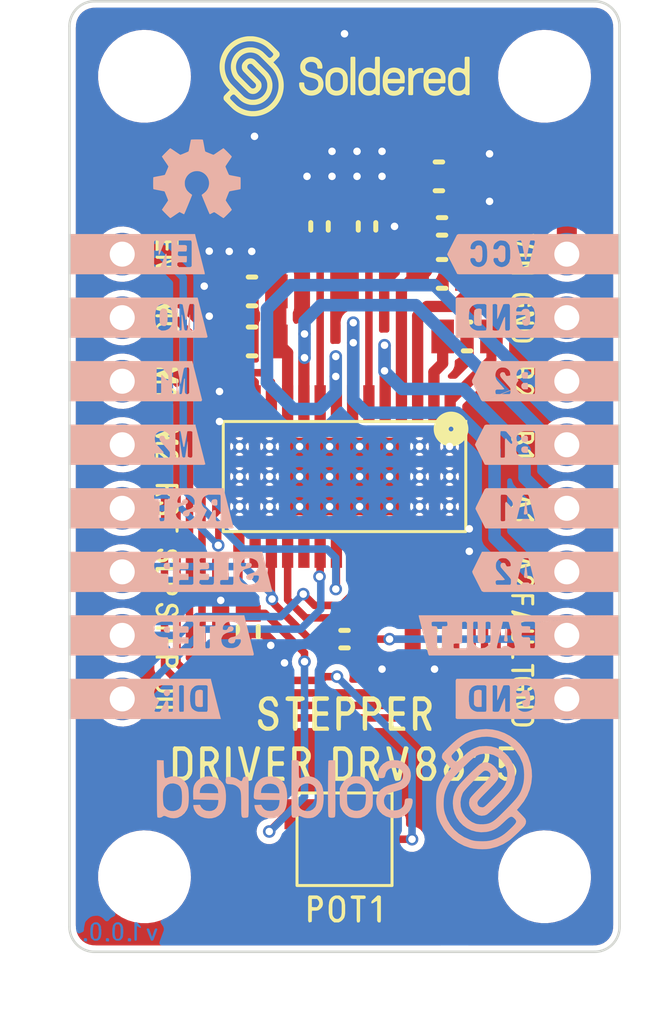
<source format=kicad_pcb>
(kicad_pcb (version 20210126) (generator pcbnew)
  (layers (0 "F.Cu" signal) (31 "B.Cu" signal) (34 "B.Paste" user) (35 "F.Paste" user) (36 "B.SilkS" user "B.Silkscreen") (37 "F.SilkS" user "F.Silkscreen") (38 "B.Mask" user) (39 "F.Mask" user) (44 "Edge.Cuts" user))
  (net 0 "")
  (net 1 "VMM")
  (net 2 "GND")
  (net 3 "3V3")
  (net 4 "~EN")
  (net 5 "MODE0")
  (net 6 "MODE1")
  (net 7 "MODE2")
  (net 8 "~RESET")
  (net 9 "~SLEEP")
  (net 10 "STEP")
  (net 11 "DIR")
  (net 12 "B2")
  (net 13 "B1")
  (net 14 "A1")
  (net 15 "A2")
  (net 16 "~FAULT")
  (net 17 "Net-(R1-Pad2)")
  (net 18 "Net-(R3-Pad2)")
  (net 20 "Net-(R4-Pad2)")
  (net 21 "Net-(R5-Pad2)")
  (net 24 "DECAY")
  (net 25 "Net-(C4-Pad2)")
  (net 26 "Net-(C5-Pad1)")
  (net 27 "Net-(C5-Pad2)")
  (footprint "buzzardLabel" (layer "F.Cu") (at 99.112 124.65 -90)
    (fp_text reference "" (at 0 0 90) (layer "F.SilkS") (effects (font (size 1.27 1.27))))
    (fp_text value "" (at 0 0 90) (layer "F.SilkS") (effects (font (size 1.27 1.27))))
  )
  (footprint "buzzardLabel" (layer "F.Cu") (at 92 148.3)
    (fp_text reference "" (at 0 0) (layer "F.SilkS") (effects (font (size 1.27 1.27))))
    (fp_text value "" (at 0 0) (layer "F.SilkS") (effects (font (size 1.27 1.27))))
  )
  (footprint "e-radionica.com footprinti:HOLE_3.2mm" (layer "F.Cu") (at 100 147)
    (fp_text reference "H2" hide)
    (fp_text value "HOLE_3.2mm" hide)
    (pad "" np_thru_hole circle (at 0 0) (size 3.2 3.2) (drill 3.2) (layers F&B.Cu *.Mask))
  )
  (footprint "e-radionica.com footprinti:0603R" (layer "F.Cu") (at 92 137.5)
    (fp_text reference "R6")
    (fp_text value "10k")
    (pad "1" smd rect (at -0.775 0 90) (size 1 0.64) (layers "F.Cu" "F.Paste" "F.Mask") (net 9 "~SLEEP"))
    (pad "2" smd rect (at 0.775 0 90) (size 1 0.64) (layers "F.Cu" "F.Paste" "F.Mask") (net 16 "~FAULT"))
  )
  (footprint "buzzardLabel" (layer "F.Cu") (at 84.888 124.65 -90)
    (fp_text reference "" (at 0 0 90) (layer "F.SilkS") (effects (font (size 1.27 1.27))))
    (fp_text value "" (at 0 0 90) (layer "F.SilkS") (effects (font (size 1.27 1.27))))
  )
  (footprint "e-radionica.com footprinti:0805C" (layer "F.Cu") (at 95.9 122.9)
    (fp_text reference "C4")
    (fp_text value "GMC21X7R104K100NT")
    (pad "1" smd rect (at -0.975 0 90) (size 1.35 0.9) (layers "F.Cu" "F.Paste" "F.Mask") (net 1 "VMM"))
    (pad "2" smd rect (at 0.975 0 90) (size 1.35 0.9) (layers "F.Cu" "F.Paste" "F.Mask") (net 25 "Net-(C4-Pad2)"))
  )
  (footprint "e-radionica.com footprinti:DRV8825" (layer "F.Cu") (at 92 131 -90)
    (fp_text reference "U1")
    (fp_text value "DRV8825")
    (pad "1" smd rect (at -2.9 -4.225 270) (size 1.5 0.45) (layers "F.Cu" "F.Paste" "F.Mask") (net 27 "Net-(C5-Pad2)"))
    (pad "2" smd rect (at -2.9 -3.575 270) (size 1.5 0.45) (layers "F.Cu" "F.Paste" "F.Mask") (net 26 "Net-(C5-Pad1)"))
    (pad "3" smd rect (at -2.9 -2.925 270) (size 1.5 0.45) (layers "F.Cu" "F.Paste" "F.Mask") (net 25 "Net-(C4-Pad2)"))
    (pad "4" smd rect (at -2.9 -2.275 270) (size 1.5 0.45) (layers "F.Cu" "F.Paste" "F.Mask") (net 1 "VMM"))
    (pad "5" smd rect (at -2.9 -1.625 270) (size 1.5 0.45) (layers "F.Cu" "F.Paste" "F.Mask") (net 14 "A1"))
    (pad "6" smd rect (at -2.9 -0.975 270) (size 1.5 0.45) (layers "F.Cu" "F.Paste" "F.Mask") (net 17 "Net-(R1-Pad2)"))
    (pad "7" smd rect (at -2.9 -0.325 270) (size 1.5 0.45) (layers "F.Cu" "F.Paste" "F.Mask") (net 15 "A2"))
    (pad "8" smd rect (at -2.9 0.325 270) (size 1.5 0.45) (layers "F.Cu" "F.Paste" "F.Mask") (net 12 "B2"))
    (pad "9" smd rect (at -2.9 0.975 270) (size 1.5 0.45) (layers "F.Cu" "F.Paste" "F.Mask") (net 18 "Net-(R3-Pad2)"))
    (pad "10" smd rect (at -2.9 1.625 270) (size 1.5 0.45) (layers "F.Cu" "F.Paste" "F.Mask") (net 13 "B1"))
    (pad "11" smd rect (at -2.9 2.275 270) (size 1.5 0.45) (layers "F.Cu" "F.Paste" "F.Mask") (net 1 "VMM"))
    (pad "12" smd rect (at -2.9 2.925 270) (size 1.5 0.45) (layers "F.Cu" "F.Paste" "F.Mask") (net 20 "Net-(R4-Pad2)"))
    (pad "13" smd rect (at -2.9 3.575 270) (size 1.5 0.45) (layers "F.Cu" "F.Paste" "F.Mask") (net 20 "Net-(R4-Pad2)"))
    (pad "14" smd rect (at -2.9 4.225 270) (size 1.5 0.45) (layers "F.Cu" "F.Paste" "F.Mask") (net 2 "GND"))
    (pad "15" smd rect (at 2.9 4.225 270) (size 1.5 0.45) (layers "F.Cu" "F.Paste" "F.Mask") (net 3 "3V3"))
    (pad "16" smd rect (at 2.9 3.575 270) (size 1.5 0.45) (layers "F.Cu" "F.Paste" "F.Mask") (net 8 "~RESET"))
    (pad "17" smd rect (at 2.9 2.925 270) (size 1.5 0.45) (layers "F.Cu" "F.Paste" "F.Mask") (net 9 "~SLEEP"))
    (pad "18" smd rect (at 2.9 2.275 270) (size 1.5 0.45) (layers "F.Cu" "F.Paste" "F.Mask") (net 21 "Net-(R5-Pad2)"))
    (pad "19" smd rect (at 2.9 1.625 270) (size 1.5 0.45) (layers "F.Cu" "F.Paste" "F.Mask") (net 24 "DECAY"))
    (pad "20" smd rect (at 2.9 0.975 270) (size 1.5 0.45) (layers "F.Cu" "F.Paste" "F.Mask") (net 11 "DIR"))
    (pad "21" smd rect (at 2.9 0.325 270) (size 1.5 0.45) (layers "F.Cu" "F.Paste" "F.Mask") (net 4 "~EN"))
    (pad "22" smd rect (at 2.9 -0.325 270) (size 1.5 0.45) (layers "F.Cu" "F.Paste" "F.Mask") (net 10 "STEP"))
    (pad "23" smd rect (at 2.9 -0.975 270) (size 1.5 0.45) (layers "F.Cu" "F.Paste" "F.Mask"))
    (pad "24" smd rect (at 2.9 -1.625 270) (size 1.5 0.45) (layers "F.Cu" "F.Paste" "F.Mask") (net 5 "MODE0"))
    (pad "25" smd rect (at 2.9 -2.275 270) (size 1.5 0.45) (layers "F.Cu" "F.Paste" "F.Mask") (net 6 "MODE1"))
    (pad "26" smd rect (at 2.9 -2.925 270) (size 1.5 0.45) (layers "F.Cu" "F.Paste" "F.Mask") (net 7 "MODE2"))
    (pad "27" smd rect (at 2.9 -3.575 270) (size 1.5 0.45) (layers "F.Cu" "F.Paste" "F.Mask"))
    (pad "28" smd rect (at 2.9 -4.225 270) (size 1.5 0.45) (layers "F.Cu" "F.Paste" "F.Mask") (net 2 "GND"))
    (pad "29" thru_hole circle (at 1.2 3 270) (size 0.5 0.5) (drill 0.3) (layers *.Cu) (net 2 "GND"))
    (pad "29" thru_hole circle (at -1.2 -3 270) (size 0.5 0.5) (drill 0.3) (layers *.Cu) (net 2 "GND"))
    (pad "29" thru_hole circle (at 1.2 1.8 270) (size 0.5 0.5) (drill 0.3) (layers *.Cu) (net 2 "GND"))
    (pad "29" smd rect (at 0 0 270) (size 3.1 5.18) (layers "F.Cu" "F.Paste" "F.Mask") (net 2 "GND"))
    (pad "29" thru_hole circle (at 1.2 0.6 270) (size 0.5 0.5) (drill 0.3) (layers *.Cu) (net 2 "GND"))
    (pad "29" thru_hole circle (at -1.2 1.8 270) (size 0.5 0.5) (drill 0.3) (layers *.Cu) (net 2 "GND"))
    (pad "29" thru_hole circle (at 0 0.6 270) (size 0.5 0.5) (drill 0.3) (layers *.Cu) (net 2 "GND"))
    (pad "29" thru_hole circle (at -1.2 -4.2 270) (size 0.5 0.5) (drill 0.3) (layers *.Cu) (net 2 "GND"))
    (pad "29" thru_hole circle (at 0 -0.6 270) (size 0.5 0.5) (drill 0.3) (layers *.Cu) (net 2 "GND"))
    (pad "29" thru_hole circle (at -1.2 4.2 270) (size 0.5 0.5) (drill 0.3) (layers *.Cu) (net 2 "GND"))
    (pad "29" thru_hole circle (at 1.2 -0.6 270) (size 0.5 0.5) (drill 0.3) (layers *.Cu) (net 2 "GND"))
    (pad "29" thru_hole circle (at 0 -1.8 270) (size 0.5 0.5) (drill 0.3) (layers *.Cu) (net 2 "GND"))
    (pad "29" thru_hole circle (at 1.2 -3 270) (size 0.5 0.5) (drill 0.3) (layers *.Cu) (net 2 "GND"))
    (pad "29" thru_hole circle (at -1.2 -0.6 270) (size 0.5 0.5) (drill 0.3) (layers *.Cu) (net 2 "GND"))
    (pad "29" thru_hole circle (at 0 4.2 270) (size 0.5 0.5) (drill 0.3) (layers *.Cu) (net 2 "GND"))
    (pad "29" thru_hole circle (at 1.2 -4.2 270) (size 0.5 0.5) (drill 0.3) (layers *.Cu) (net 2 "GND"))
    (pad "29" thru_hole circle (at 1.2 4.2 270) (size 0.5 0.5) (drill 0.3) (layers *.Cu) (net 2 "GND"))
    (pad "29" thru_hole circle (at 0 -3 270) (size 0.5 0.5) (drill 0.3) (layers *.Cu) (net 2 "GND"))
    (pad "29" thru_hole circle (at 0 3 270) (size 0.5 0.5) (drill 0.3) (layers *.Cu) (net 2 "GND"))
    (pad "29" thru_hole circle (at -1.2 0.6 270) (size 0.5 0.5) (drill 0.3) (layers *.Cu) (net 2 "GND"))
    (pad "29" thru_hole circle (at 1.2 -1.8 270) (size 0.5 0.5) (drill 0.3) (layers *.Cu) (net 2 "GND"))
    (pad "29" thru_hole circle (at 0 -4.2 270) (size 0.5 0.5) (drill 0.3) (layers *.Cu) (net 2 "GND"))
    (pad "29" thru_hole circle (at -1.2 3 270) (size 0.5 0.5) (drill 0.3) (layers *.Cu) (net 2 "GND"))
    (pad "29" thru_hole circle (at 0 1.8 270) (size 0.5 0.5) (drill 0.3) (layers *.Cu) (net 2 "GND"))
    (pad "29" thru_hole circle (at -1.2 -1.8 270) (size 0.5 0.5) (drill 0.3) (layers *.Cu) (net 2 "GND"))
  )
  (footprint "buzzardLabel" (layer "F.Cu") (at 92 140.5)
    (fp_text reference "" (at 0 0) (layer "F.SilkS") (effects (font (size 1.27 1.27))))
    (fp_text value "" (at 0 0) (layer "F.SilkS") (effects (font (size 1.27 1.27))))
  )
  (footprint "buzzardLabel" (layer "F.Cu") (at 99.112 140 -90)
    (fp_text reference "" (at 0 0 90) (layer "F.SilkS") (effects (font (size 1.27 1.27))))
    (fp_text value "" (at 0 0 90) (layer "F.SilkS") (effects (font (size 1.27 1.27))))
  )
  (footprint "e-radionica.com footprinti:0603R" (layer "F.Cu") (at 92.9 121 -90)
    (fp_text reference "R1")
    (fp_text value "73L2R20G")
    (pad "1" smd rect (at -0.775 0) (size 1 0.64) (layers "F.Cu" "F.Paste" "F.Mask") (net 2 "GND"))
    (pad "2" smd rect (at 0.775 0) (size 1 0.64) (layers "F.Cu" "F.Paste" "F.Mask") (net 17 "Net-(R1-Pad2)"))
  )
  (footprint "Soldered Graphics:Logo-Back-SolderedFULL-15mm" (layer "F.Cu") (at 92 143.5)
    (fp_text reference "REF**" hide)
    (fp_text value "Logo-Front-SolderedFULL-15mm" hide)
  )
  (footprint "e-radionica.com footprinti:tc33x-2-103e" (layer "F.Cu") (at 92 145.5 -90)
    (fp_text reference "R4")
    (fp_text value "tc33x-2-104e")
    (pad "1" smd rect (at -1 1.8 270) (size 1.2 1.2) (layers "F.Cu" "F.Paste" "F.Mask") (net 3 "3V3"))
    (pad "2" smd rect (at 0 -1.45 270) (size 1.6 1.5) (layers "F.Cu" "F.Paste" "F.Mask") (net 20 "Net-(R4-Pad2)"))
    (pad "3" smd rect (at 1 1.8 270) (size 1.2 1.2) (layers "F.Cu" "F.Paste" "F.Mask"))
  )
  (footprint "buzzardLabel" (layer "F.Cu") (at 84.888 134.81 -90)
    (fp_text reference "" (at 0 0 90) (layer "F.SilkS") (effects (font (size 1.27 1.27))))
    (fp_text value "" (at 0 0 90) (layer "F.SilkS") (effects (font (size 1.27 1.27))))
  )
  (footprint "e-radionica.com footprinti:0805C" (layer "F.Cu") (at 95.775 119 180)
    (fp_text reference "C3")
    (fp_text value "GMC21X7R104K100NT")
    (pad "1" smd rect (at -0.975 0 270) (size 1.35 0.9) (layers "F.Cu" "F.Paste" "F.Mask") (net 2 "GND"))
    (pad "2" smd rect (at 0.975 0 270) (size 1.35 0.9) (layers "F.Cu" "F.Paste" "F.Mask") (net 1 "VMM"))
  )
  (footprint "buzzardLabel" (layer "F.Cu") (at 84.888 122.11 -90)
    (fp_text reference "" (at 0 0 90) (layer "F.SilkS") (effects (font (size 1.27 1.27))))
    (fp_text value "" (at 0 0 90) (layer "F.SilkS") (effects (font (size 1.27 1.27))))
  )
  (footprint "buzzardLabel" (layer "F.Cu") (at 84.888 127.19 -90)
    (fp_text reference "" (at 0 0 90) (layer "F.SilkS") (effects (font (size 1.27 1.27))))
    (fp_text value "" (at 0 0 90) (layer "F.SilkS") (effects (font (size 1.27 1.27))))
  )
  (footprint "Soldered Graphics:Logo-Front-SolderedFULL-10mm" (layer "F.Cu") (at 92 115)
    (fp_text reference "G***" hide)
    (fp_text value "LOGO" hide)
  )
  (footprint "buzzardLabel" (layer "F.Cu") (at 99.112 137.35 -90)
    (fp_text reference "" (at 0 0 90) (layer "F.SilkS") (effects (font (size 1.27 1.27))))
    (fp_text value "" (at 0 0 90) (layer "F.SilkS") (effects (font (size 1.27 1.27))))
  )
  (footprint "buzzardLabel" (layer "F.Cu") (at 84.888 129.73 -90)
    (fp_text reference "" (at 0 0 90) (layer "F.SilkS") (effects (font (size 1.27 1.27))))
    (fp_text value "" (at 0 0 90) (layer "F.SilkS") (effects (font (size 1.27 1.27))))
  )
  (footprint "buzzardLabel" (layer "F.Cu") (at 84.888 137.35 -90)
    (fp_text reference "" (at 0 0 90) (layer "F.SilkS") (effects (font (size 1.27 1.27))))
    (fp_text value "" (at 0 0 90) (layer "F.SilkS") (effects (font (size 1.27 1.27))))
  )
  (footprint "e-radionica.com footprinti:0603R" (layer "F.Cu") (at 91 121 -90)
    (fp_text reference "R3")
    (fp_text value "73L2R20G")
    (pad "1" smd rect (at -0.775 0) (size 1 0.64) (layers "F.Cu" "F.Paste" "F.Mask") (net 2 "GND"))
    (pad "2" smd rect (at 0.775 0) (size 1 0.64) (layers "F.Cu" "F.Paste" "F.Mask") (net 18 "Net-(R3-Pad2)"))
  )
  (footprint "e-radionica.com footprinti:HOLE_3.2mm" (layer "F.Cu") (at 84 115)
    (fp_text reference "H3" hide)
    (fp_text value "HOLE_3.2mm" hide)
    (pad "" np_thru_hole circle (at 0 0) (size 3.2 3.2) (drill 3.2) (layers F&B.Cu *.Mask))
  )
  (footprint "e-radionica.com footprinti:0603C" (layer "F.Cu") (at 88.15 137.2 90)
    (fp_text reference "C6")
    (fp_text value "0.47uF")
    (pad "1" smd rect (at -0.73 0 90) (size 0.66 1) (layers "F.Cu" "F.Paste" "F.Mask") (net 2 "GND"))
    (pad "2" smd rect (at 0.73 0 90) (size 0.66 1) (layers "F.Cu" "F.Paste" "F.Mask") (net 3 "3V3"))
  )
  (footprint "e-radionica.com footprinti:0603R" (layer "F.Cu") (at 95.5 137.5)
    (fp_text reference "R5")
    (fp_text value "1.5k")
    (pad "1" smd rect (at -0.775 0 90) (size 1 0.64) (layers "F.Cu" "F.Paste" "F.Mask") (net 16 "~FAULT"))
    (pad "2" smd rect (at 0.775 0 90) (size 1 0.64) (layers "F.Cu" "F.Paste" "F.Mask") (net 21 "Net-(R5-Pad2)"))
  )
  (footprint "e-radionica.com footprinti:HOLE_3.2mm" (layer "F.Cu") (at 84 147)
    (fp_text reference "H4" hide)
    (fp_text value "HOLE_3.2mm" hide)
    (pad "" np_thru_hole circle (at 0 0) (size 3.2 3.2) (drill 3.2) (layers F&B.Cu *.Mask))
  )
  (footprint "e-radionica.com footprinti:FIDUCIAL_1MM_PASTE" (layer "F.Cu") (at 96.4 149)
    (fp_text reference "FD1")
    (fp_text value "Fiducial_Stencil")
    (pad "1" smd circle (at 0 0) (size 1 1) (property pad_prop_fiducial_glob) (layers "F.Cu" "F.Paste" "F.Mask"))
  )
  (footprint "buzzardLabel" (layer "F.Cu") (at 99.112 122.11 -90)
    (fp_text reference "" (at 0 0 90) (layer "F.SilkS") (effects (font (size 1.27 1.27))))
    (fp_text value "" (at 0 0 90) (layer "F.SilkS") (effects (font (size 1.27 1.27))))
  )
  (footprint "e-radionica.com footprinti:0805C" (layer "F.Cu") (at 88.3 125.6)
    (fp_text reference "C2")
    (fp_text value "GMC21X7R104K100NT")
    (pad "1" smd rect (at -0.975 0 90) (size 1.35 0.9) (layers "F.Cu" "F.Paste" "F.Mask") (net 2 "GND"))
    (pad "2" smd rect (at 0.975 0 90) (size 1.35 0.9) (layers "F.Cu" "F.Paste" "F.Mask") (net 1 "VMM"))
  )
  (footprint "buzzardLabel" (layer "F.Cu") (at 84.888 139.89 -90)
    (fp_text reference "" (at 0 0 90) (layer "F.SilkS") (effects (font (size 1.27 1.27))))
    (fp_text value "" (at 0 0 90) (layer "F.SilkS") (effects (font (size 1.27 1.27))))
  )
  (footprint "e-radionica.com footprinti:0805C" (layer "F.Cu") (at 88.3 123.6)
    (fp_text reference "C1")
    (fp_text value "GMC32X7R475K100NT")
    (pad "1" smd rect (at -0.975 0 90) (size 1.35 0.9) (layers "F.Cu" "F.Paste" "F.Mask") (net 2 "GND"))
    (pad "2" smd rect (at 0.975 0 90) (size 1.35 0.9) (layers "F.Cu" "F.Paste" "F.Mask") (net 1 "VMM"))
  )
  (footprint "e-radionica.com footprinti:0603R" (layer "F.Cu") (at 95.9 121)
    (fp_text reference "R2")
    (fp_text value "1M")
    (pad "1" smd rect (at -0.775 0 90) (size 1 0.64) (layers "F.Cu" "F.Paste" "F.Mask") (net 1 "VMM"))
    (pad "2" smd rect (at 0.775 0 90) (size 1 0.64) (layers "F.Cu" "F.Paste" "F.Mask") (net 25 "Net-(C4-Pad2)"))
  )
  (footprint "buzzardLabel" (layer "F.Cu") (at 92 142.5)
    (fp_text reference "" (at 0 0) (layer "F.SilkS") (effects (font (size 1.27 1.27))))
    (fp_text value "" (at 0 0) (layer "F.SilkS") (effects (font (size 1.27 1.27))))
  )
  (footprint "e-radionica.com footprinti:HOLE_3.2mm" (layer "F.Cu") (at 100 115)
    (fp_text reference "H1" hide)
    (fp_text value "HOLE_3.2mm" hide)
    (pad "" np_thru_hole circle (at 0 0) (size 3.2 3.2) (drill 3.2) (layers F&B.Cu *.Mask))
  )
  (footprint "buzzardLabel" (layer "F.Cu") (at 99.112 129.73 -90)
    (fp_text reference "" (at 0 0 90) (layer "F.SilkS") (effects (font (size 1.27 1.27))))
    (fp_text value "" (at 0 0 90) (layer "F.SilkS") (effects (font (size 1.27 1.27))))
  )
  (footprint "Soldered Graphics:Logo-Back-OSH-3.5mm" (layer "F.Cu") (at 86.1 119.1)
    (fp_text reference "G***" hide)
    (fp_text value "LOGO" hide)
  )
  (footprint "e-radionica.com footprinti:0805C" (layer "F.Cu") (at 96.9 125.4)
    (fp_text reference "C5")
    (fp_text value "08051C103KAT2A")
    (pad "1" smd rect (at -0.975 0 90) (size 1.35 0.9) (layers "F.Cu" "F.Paste" "F.Mask") (net 26 "Net-(C5-Pad1)"))
    (pad "2" smd rect (at 0.975 0 90) (size 1.35 0.9) (layers "F.Cu" "F.Paste" "F.Mask") (net 27 "Net-(C5-Pad2)"))
  )
  (footprint "buzzardLabel" (layer "F.Cu") (at 84.888 132.27 -90)
    (fp_text reference "" (at 0 0 90) (layer "F.SilkS") (effects (font (size 1.27 1.27))))
    (fp_text value "" (at 0 0 90) (layer "F.SilkS") (effects (font (size 1.27 1.27))))
  )
  (footprint "buzzardLabel" (layer "F.Cu") (at 99.112 127.19 -90)
    (fp_text reference "" (at 0 0 90) (layer "F.SilkS") (effects (font (size 1.27 1.27))))
    (fp_text value "" (at 0 0 90) (layer "F.SilkS") (effects (font (size 1.27 1.27))))
  )
  (footprint "buzzardLabel" (layer "F.Cu") (at 99.112 134.81 -90)
    (fp_text reference "" (at 0 0 90) (layer "F.SilkS") (effects (font (size 1.27 1.27))))
    (fp_text value "" (at 0 0 90) (layer "F.SilkS") (effects (font (size 1.27 1.27))))
  )
  (footprint "buzzardLabel" (layer "F.Cu") (at 99.112 132.27 -90)
    (fp_text reference "" (at 0 0 90) (layer "F.SilkS") (effects (font (size 1.27 1.27))))
    (fp_text value "" (at 0 0 90) (layer "F.SilkS") (effects (font (size 1.27 1.27))))
  )
  (footprint "buzzardLabel" (layer "B.Cu") (at 103.4 139.89 180)
    (fp_text reference "" (at 0 0) (layer "B.SilkS") (effects (font (size 1.27 1.27)) (justify mirror)))
    (fp_text value "" (at 0 0) (layer "B.SilkS") (effects (font (size 1.27 1.27)) (justify mirror)))
  )
  (footprint "buzzardLabel" (layer "B.Cu") (at 103.4 134.81 180)
    (fp_text reference "" (at 0 0) (layer "B.SilkS") (effects (font (size 1.27 1.27)) (justify mirror)))
    (fp_text value "" (at 0 0) (layer "B.SilkS") (effects (font (size 1.27 1.27)) (justify mirror)))
  )
  (footprint "buzzardLabel" (layer "B.Cu") (at 103.4 127.19 180)
    (fp_text reference "" (at 0 0) (layer "B.SilkS") (effects (font (size 1.27 1.27)) (justify mirror)))
    (fp_text value "" (at 0 0) (layer "B.SilkS") (effects (font (size 1.27 1.27)) (justify mirror)))
  )
  (footprint "buzzardLabel" (layer "B.Cu") (at 103.4 129.73 180)
    (fp_text reference "" (at 0 0) (layer "B.SilkS") (effects (font (size 1.27 1.27)) (justify mirror)))
    (fp_text value "" (at 0 0) (layer "B.SilkS") (effects (font (size 1.27 1.27)) (justify mirror)))
  )
  (footprint "e-radionica.com footprinti:HEADER_MALE_8X1" (layer "B.Cu") (at 83.11 131 90)
    (fp_text reference "K1")
    (fp_text value "HEADER_MALE_8X1")
    (pad "1" thru_hole circle (at -8.89 0 90) (size 1.7 1.7) (drill 1) (layers *.Cu *.Mask) (net 11 "DIR"))
    (pad "2" thru_hole circle (at -6.35 0 90) (size 1.7 1.7) (drill 1) (layers *.Cu *.Mask) (net 10 "STEP"))
    (pad "3" thru_hole circle (at -3.81 0 90) (size 1.7 1.7) (drill 1) (layers *.Cu *.Mask) (net 9 "~SLEEP"))
    (pad "4" thru_hole circle (at -1.27 0 90) (size 1.7 1.7) (drill 1) (layers *.Cu *.Mask) (net 8 "~RESET"))
    (pad "5" thru_hole circle (at 1.27 0 90) (size 1.7 1.7) (drill 1) (layers *.Cu *.Mask) (net 7 "MODE2"))
    (pad "6" thru_hole circle (at 3.81 0 90) (size 1.7 1.7) (drill 1) (layers *.Cu *.Mask) (net 6 "MODE1"))
    (pad "7" thru_hole circle (at 6.35 0 90) (size 1.7 1.7) (drill 1) (layers *.Cu *.Mask) (net 5 "MODE0"))
    (pad "8" thru_hole circle (at 8.89 0 90) (size 1.7 1.7) (drill 1) (layers *.Cu *.Mask) (net 4 "~EN"))
  )
  (footprint "buzzardLabel" (layer "B.Cu") (at 103.4 124.65 180)
    (fp_text reference "" (at 0 0) (layer "B.SilkS") (effects (font (size 1.27 1.27)) (justify mirror)))
    (fp_text value "" (at 0 0) (layer "B.SilkS") (effects (font (size 1.27 1.27)) (justify mirror)))
  )
  (footprint "buzzardLabel" (layer "B.Cu") (at 103.4 122.11 180)
    (fp_text reference "" (at 0 0) (layer "B.SilkS") (effects (font (size 1.27 1.27)) (justify mirror)))
    (fp_text value "" (at 0 0) (layer "B.SilkS") (effects (font (size 1.27 1.27)) (justify mirror)))
  )
  (footprint "buzzardLabel" (layer "B.Cu") (at 80.6 139.89 180)
    (fp_text reference "" (at 0 0) (layer "B.SilkS") (effects (font (size 1.27 1.27)) (justify mirror)))
    (fp_text value "" (at 0 0) (layer "B.SilkS") (effects (font (size 1.27 1.27)) (justify mirror)))
  )
  (footprint "buzzardLabel" (layer "B.Cu") (at 80.6 129.73 180)
    (fp_text reference "" (at 0 0) (layer "B.SilkS") (effects (font (size 1.27 1.27)) (justify mirror)))
    (fp_text value "" (at 0 0) (layer "B.SilkS") (effects (font (size 1.27 1.27)) (justify mirror)))
  )
  (footprint "buzzardLabel" (layer "B.Cu") (at 80.6 137.35 180)
    (fp_text reference "" (at 0 0) (layer "B.SilkS") (effects (font (size 1.27 1.27)) (justify mirror)))
    (fp_text value "" (at 0 0) (layer "B.SilkS") (effects (font (size 1.27 1.27)) (justify mirror)))
  )
  (footprint "Soldered Graphics:Version1.0.0." (layer "B.Cu") (at 83 149.2 180)
    (fp_text reference "" (at 0 0 180) (layer "B.SilkS") (effects (font (size 1.27 1.27)) (justify mirror)))
    (fp_text value "" (at 0 0 180) (layer "B.SilkS") (effects (font (size 1.27 1.27)) (justify mirror)))
    (fp_poly (pts (xy 0.43 -0.38) (xy 0.48 -0.38) (xy 0.54 -0.37) (xy 0.54 -0.33) (xy 0.54 -0.27) (xy 0.5 -0.26) (xy 0.45 -0.26) (xy 0.42 -0.29) (xy 0.42 -0.34) (xy 0.43 -0.38)) (layer "B.Cu") (width 0.01) (fill solid))
    (fp_poly (pts (xy 0.06 -0.35) (xy 0.11 -0.35) (xy 0.17 -0.33) (xy 0.13 -0.28) (xy 0.03 -0.28) (xy -0.01 -0.25) (xy -0.03 -0.2) (xy -0.05 -0.15) (xy -0.05 -0.11) (xy -0.05 0.01) (xy -0.05 0.13) (xy -0.05 0.17) (xy -0.03 0.22) (xy -0.01 0.27) (xy 0.02 0.3) (xy 0.13 0.3) (xy 0.16 0.26) (xy 0.18 0.21) (xy 0.18 0.15) (xy 0.19 0.05) (xy 0.19 -0.08) (xy 0.19 -0.12) (xy 0.18 -0.17) (xy 0.16 -0.22) (xy 0.14 -0.27) (xy 0.14 -0.28) (xy 0.17 -0.32) (xy 0.21 -0.29) (xy 0.24 -0.26) (xy 0.26 -0.22) (xy 0.27 -0.16) (xy 0.28 -0.11) (xy 0.28 -0.06) (xy 0.28 0.06) (xy 0.28 0.12) (xy 0.27 0.17) (xy 0.26 0.22) (xy 0.25 0.27) (xy 0.22 0.3) (xy 0.19 0.34) (xy 0.13 0.37) (xy 0.08 0.38) (xy 0.02 0.38) (xy -0.03 0.35) (xy -0.08 0.31) (xy -0.1 0.28) (xy -0.12 0.23) (xy -0.14 0.18) (xy -0.14 0.13) (xy -0.15 0.08) (xy -0.15 -0.04) (xy -0.14 -0.1) (xy -0.14 -0.14) (xy -0.13 -0.2) (xy -0.11 -0.25) (xy -0.08 -0.28) (xy -0.05 -0.32) (xy 0.01 -0.35) (xy 0.06 -0.35)) (layer "B.Cu") (width 0.01) (fill solid))
    (fp_poly (pts (xy 1.31 -0.38) (xy 1.36 -0.38) (xy 1.41 -0.37) (xy 1.42 -0.33) (xy 1.42 -0.27) (xy 1.38 -0.26) (xy 1.33 -0.26) (xy 1.3 -0.29) (xy 1.3 -0.34) (xy 1.31 -0.38)) (layer "B.Cu") (width 0.01) (fill solid))
    (fp_poly (pts (xy -0.67 -0.35) (xy -0.62 -0.35) (xy -0.6 -0.31) (xy -0.6 0.35) (xy -0.64 0.38) (xy -0.69 0.38) (xy -0.73 0.34) (xy -0.84 0.22) (xy -0.86 0.17) (xy -0.83 0.16) (xy -0.73 0.22) (xy -0.69 0.23) (xy -0.69 -0.31) (xy -0.67 -0.35)) (layer "B.Cu") (width 0.01) (fill solid))
    (fp_poly (pts (xy -0.44 -0.38) (xy -0.39 -0.38) (xy -0.34 -0.37) (xy -0.34 -0.33) (xy -0.34 -0.27) (xy -0.38 -0.26) (xy -0.43 -0.26) (xy -0.46 -0.29) (xy -0.46 -0.34) (xy -0.44 -0.38)) (layer "B.Cu") (width 0.01) (fill solid))
    (fp_poly (pts (xy 0.93 -0.35) (xy 0.99 -0.35) (xy 1.04 -0.33) (xy 1.01 -0.28) (xy 0.91 -0.28) (xy 0.87 -0.25) (xy 0.85 -0.2) (xy 0.83 -0.15) (xy 0.83 -0.11) (xy 0.82 0.01) (xy 0.83 0.13) (xy 0.83 0.17) (xy 0.84 0.22) (xy 0.87 0.27) (xy 0.9 0.3) (xy 1.01 0.3) (xy 1.04 0.26) (xy 1.05 0.21) (xy 1.06 0.15) (xy 1.07 0.05) (xy 1.07 -0.08) (xy 1.06 -0.12) (xy 1.06 -0.17) (xy 1.04 -0.22) (xy 1.02 -0.27) (xy 1.01 -0.28) (xy 1.05 -0.32) (xy 1.09 -0.29) (xy 1.12 -0.26) (xy 1.14 -0.22) (xy 1.15 -0.16) (xy 1.16 -0.11) (xy 1.16 -0.06) (xy 1.16 0.06) (xy 1.16 0.12) (xy 1.15 0.17) (xy 1.14 0.22) (xy 1.13 0.27) (xy 1.1 0.3) (xy 1.06 0.34) (xy 1.01 0.37) (xy 0.95 0.38) (xy 0.9 0.38) (xy 0.84 0.35) (xy 0.8 0.31) (xy 0.78 0.28) (xy 0.75 0.23) (xy 0.74 0.18) (xy 0.74 0.13) (xy 0.73 0.08) (xy 0.73 -0.04) (xy 0.73 -0.1) (xy 0.74 -0.14) (xy 0.75 -0.2) (xy 0.77 -0.25) (xy 0.79 -0.28) (xy 0.83 -0.32) (xy 0.89 -0.35) (xy 0.93 -0.35)) (layer "B.Cu") (width 0.01) (fill solid))
    (fp_poly (pts (xy -1.33 -0.35) (xy -1.27 -0.35) (xy -1.25 -0.31) (xy -1.09 0.1) (xy -1.11 0.13) (xy -1.16 0.13) (xy -1.19 0.1) (xy -1.28 -0.16) (xy -1.3 -0.21) (xy -1.32 -0.17) (xy -1.41 0.09) (xy -1.44 0.13) (xy -1.49 0.13) (xy -1.51 0.1) (xy -1.36 -0.31) (xy -1.33 -0.35)) (layer "B.Cu") (width 0.01) (fill solid))
  )
  (footprint "buzzardLabel" (layer "B.Cu") (at 80.6 124.65 180)
    (fp_text reference "" (at 0 0) (layer "B.SilkS") (effects (font (size 1.27 1.27)) (justify mirror)))
    (fp_text value "" (at 0 0) (layer "B.SilkS") (effects (font (size 1.27 1.27)) (justify mirror)))
  )
  (footprint "buzzardLabel" (layer "B.Cu") (at 103.4 137.35 180)
    (fp_text reference "" (at 0 0) (layer "B.SilkS") (effects (font (size 1.27 1.27)) (justify mirror)))
    (fp_text value "" (at 0 0) (layer "B.SilkS") (effects (font (size 1.27 1.27)) (justify mirror)))
  )
  (footprint "buzzardLabel" (layer "B.Cu") (at 80.6 134.81 180)
    (fp_text reference "" (at 0 0) (layer "B.SilkS") (effects (font (size 1.27 1.27)) (justify mirror)))
    (fp_text value "" (at 0 0) (layer "B.SilkS") (effects (font (size 1.27 1.27)) (justify mirror)))
  )
  (footprint "buzzardLabel" (layer "B.Cu") (at 80.6 122.11 180)
    (fp_text reference "" (at 0 0) (layer "B.SilkS") (effects (font (size 1.27 1.27)) (justify mirror)))
    (fp_text value "" (at 0 0) (layer "B.SilkS") (effects (font (size 1.27 1.27)) (justify mirror)))
  )
  (footprint "buzzardLabel" (layer "B.Cu") (at 103.4 132.27 180)
    (fp_text reference "" (at 0 0) (layer "B.SilkS") (effects (font (size 1.27 1.27)) (justify mirror)))
    (fp_text value "" (at 0 0) (layer "B.SilkS") (effects (font (size 1.27 1.27)) (justify mirror)))
  )
  (footprint "buzzardLabel" (layer "B.Cu") (at 80.6 132.27 180)
    (fp_text reference "" (at 0 0) (layer "B.SilkS") (effects (font (size 1.27 1.27)) (justify mirror)))
    (fp_text value "" (at 0 0) (layer "B.SilkS") (effects (font (size 1.27 1.27)) (justify mirror)))
  )
  (footprint "buzzardLabel" (layer "B.Cu") (at 80.6 127.19 180)
    (fp_text reference "" (at 0 0) (layer "B.SilkS") (effects (font (size 1.27 1.27)) (justify mirror)))
    (fp_text value "" (at 0 0) (layer "B.SilkS") (effects (font (size 1.27 1.27)) (justify mirror)))
  )
  (footprint "e-radionica.com footprinti:HEADER_MALE_8X1" (layer "B.Cu") (at 100.89 131 90)
    (fp_text reference "K2")
    (fp_text value "HEADER_MALE_8X1")
    (pad "1" thru_hole circle (at -8.89 0 90) (size 1.7 1.7) (drill 1) (layers *.Cu *.Mask) (net 2 "GND"))
    (pad "2" thru_hole circle (at -6.35 0 90) (size 1.7 1.7) (drill 1) (layers *.Cu *.Mask) (net 16 "~FAULT"))
    (pad "3" thru_hole circle (at -3.81 0 90) (size 1.7 1.7) (drill 1) (layers *.Cu *.Mask) (net 15 "A2"))
    (pad "4" thru_hole circle (at -1.27 0 90) (size 1.7 1.7) (drill 1) (layers *.Cu *.Mask) (net 14 "A1"))
    (pad "5" thru_hole circle (at 1.27 0 90) (size 1.7 1.7) (drill 1) (layers *.Cu *.Mask) (net 13 "B1"))
    (pad "6" thru_hole circle (at 3.81 0 90) (size 1.7 1.7) (drill 1) (layers *.Cu *.Mask) (net 12 "B2"))
    (pad "7" thru_hole circle (at 6.35 0 90) (size 1.7 1.7) (drill 1) (layers *.Cu *.Mask) (net 2 "GND"))
    (pad "8" thru_hole circle (at 8.89 0 90) (size 1.7 1.7) (drill 1) (layers *.Cu *.Mask) (net 1 "VMM"))
  )
  (gr_line (start 81 149) (end 81 113) (layer "Edge.Cuts") (width 0.1))
  (gr_line (start 103 113) (end 103 149) (layer "Edge.Cuts") (width 0.1))
  (gr_line (start 82 112) (end 102 112) (layer "Edge.Cuts") (width 0.1))
  (gr_arc (start 82 113) (end 81 113) (angle 90) (layer "Edge.Cuts") (width 0.1))
  (gr_line (start 102 150) (end 82 150) (layer "Edge.Cuts") (width 0.1))
  (gr_arc (start 102 149) (end 102 150) (angle -90) (layer "Edge.Cuts") (width 0.1))
  (gr_arc (start 102 113) (end 102 112) (angle 90) (layer "Edge.Cuts") (width 0.1))
  (gr_arc (start 82 149) (end 82 150) (angle 90) (layer "Edge.Cuts") (width 0.1))
  (segment (start 94.275 123.525) (end 94.9 122.9) (width 0.45) (layer "F.Cu") (net 1))
  (segment (start 89.725 126.05) (end 89.275 125.6) (width 0.45) (layer "F.Cu") (net 1))
  (segment (start 89.275 118.225) (end 89.275 123.6) (width 0.8) (layer "F.Cu") (net 1))
  (segment (start 95.8 116.9) (end 94.8 117.9) (width 0.8) (layer "F.Cu") (net 1))
  (segment (start 98.1 116.9) (end 95.8 116.9) (width 0.8) (layer "F.Cu") (net 1))
  (segment (start 94.9 122.9) (end 94.925 122.9) (width 0.45) (layer "F.Cu") (net 1))
  (segment (start 100.89 122.11) (end 100.89 119.69) (width 0.8) (layer "F.Cu") (net 1))
  (segment (start 94.275 128.1) (end 94.275 123.525) (width 0.45) (layer "F.Cu") (net 1))
  (segment (start 89.275 123.6) (end 89.275 125.6) (width 0.8) (layer "F.Cu") (net 1))
  (segment (start 89.725 128.1) (end 89.725 126.05) (width 0.45) (layer "F.Cu") (net 1))
  (segment (start 95.125 122.7) (end 94.925 122.9) (width 0.8) (layer "F.Cu") (net 1))
  (segment (start 100.89 119.69) (end 98.1 116.9) (width 0.8) (layer "F.Cu") (net 1))
  (segment (start 95.125 121) (end 95.125 119.325) (width 0.8) (layer "F.Cu") (net 1))
  (segment (start 95.8 116.9) (end 90.6 116.9) (width 0.8) (layer "F.Cu") (net 1))
  (segment (start 90.6 116.9) (end 89.275 118.225) (width 0.8) (layer "F.Cu") (net 1))
  (segment (start 94.8 117.9) (end 94.8 119) (width 0.8) (layer "F.Cu") (net 1))
  (segment (start 95.125 119.325) (end 94.8 119) (width 0.8) (layer "F.Cu") (net 1))
  (segment (start 95.125 121) (end 95.125 122.7) (width 0.8) (layer "F.Cu") (net 1))
  (via (at 86.59 121.99) (size 0.5) (drill 0.3) (layers "F.Cu" "B.Cu") (net 2))
  (via (at 92.5 119) (size 0.5) (drill 0.3) (layers "F.Cu" "B.Cu") (net 2))
  (via (at 93.5 119) (size 0.5) (drill 0.3) (layers "F.Cu" "B.Cu") (net 2))
  (via (at 87.05 135.95) (size 0.5) (drill 0.3) (layers "F.Cu" "B.Cu") (net 2))
  (via (at 96.99 133.09) (size 0.5) (drill 0.3) (layers "F.Cu" "B.Cu") (net 2))
  (via (at 91.5 118) (size 0.5) (drill 0.3) (layers "F.Cu" "B.Cu") (net 2))
  (via (at 97.8 120) (size 0.5) (drill 0.3) (layers "F.Cu" "B.Cu") (net 2))
  (via (at 86.59 124.59) (size 0.5) (drill 0.3) (layers "F.Cu" "B.Cu") (net 2))
  (via (at 93.5 118) (size 0.5) (drill 0.3) (layers "F.Cu" "B.Cu") (net 2))
  (via (at 88.29 122) (size 0.5) (drill 0.3) (layers "F.Cu" "B.Cu") (net 2))
  (via (at 89.6 138.45) (size 0.5) (drill 0.3) (layers "F.Cu" "B.Cu") (net 2))
  (via (at 97.8 118.1) (size 0.5) (drill 0.3) (layers "F.Cu" "B.Cu") (net 2))
  (via (at 89.05 137.75) (size 0.5) (drill 0.3) (layers "F.Cu" "B.Cu") (net 2))
  (via (at 88.4 117.4) (size 0.5) (drill 0.3) (layers "F.Cu" "B.Cu") (net 2))
  (via (at 94 121) (size 0.5) (drill 0.3) (layers "F.Cu" "B.Cu") (net 2))
  (via (at 91.5 119) (size 0.5) (drill 0.3) (layers "F.Cu" "B.Cu") (net 2))
  (via (at 87 127.6) (size 0.5) (drill 0.3) (layers "F.Cu" "B.Cu") (net 2))
  (via (at 90.5 119) (size 0.5) (drill 0.3) (layers "F.Cu" "B.Cu") (net 2))
  (via (at 92.5 118) (size 0.5) (drill 0.3) (layers "F.Cu" "B.Cu") (net 2))
  (via (at 92 113.3) (size 0.5) (drill 0.3) (layers "F.Cu" "B.Cu") (net 2))
  (via (at 86.39 123.39) (size 0.5) (drill 0.3) (layers "F.Cu" "B.Cu") (net 2))
  (via (at 93.5 138.7) (size 0.5) (drill 0.3) (layers "F.Cu" "B.Cu") (net 2))
  (via (at 87 128.8) (size 0.5) (drill 0.3) (layers "F.Cu" "B.Cu") (net 2))
  (via (at 95.6 138.7) (size 0.5) (drill 0.3) (layers "F.Cu" "B.Cu") (net 2))
  (via (at 96.99 133.99) (size 0.5) (drill 0.3) (layers "F.Cu" "B.Cu") (net 2))
  (via (at 87.39 122) (size 0.5) (drill 0.3) (layers "F.Cu" "B.Cu") (net 2))
  (segment (start 90.4 138.05) (end 90.4 138.4) (width 0.3) (layer "F.Cu") (net 3))
  (segment (start 89.68 144.5) (end 90.2 144.5) (width 0.3) (layer "F.Cu") (net 3))
  (segment (start 88.15 136.47) (end 88.82 136.47) (width 0.3) (layer "F.Cu") (net 3))
  (segment (start 87.775 136.095) (end 88.15 136.47) (width 0.3) (layer "F.Cu") (net 3))
  (segment (start 89.4 137.05) (end 90.4 138.05) (width 0.3) (layer "F.Cu") (net 3))
  (segment (start 88.82 136.47) (end 89.4 137.05) (width 0.3) (layer "F.Cu") (net 3))
  (segment (start 87.775 133.9) (end 87.775 136.095) (width 0.3) (layer "F.Cu") (net 3))
  (segment (start 87.77 133.905) (end 87.775 133.9) (width 0.3) (layer "F.Cu") (net 3))
  (segment (start 88.99 145.19) (end 89.68 144.5) (width 0.3) (layer "F.Cu") (net 3))
  (via (at 88.99 145.19) (size 0.5) (drill 0.3) (layers "F.Cu" "B.Cu") (net 3))
  (via (at 90.4 138.4) (size 0.5) (drill 0.3) (layers "F.Cu" "B.Cu") (net 3))
  (segment (start 90.4 138.4) (end 90.4 143.8) (width 0.3) (layer "B.Cu") (net 3))
  (segment (start 89.01 145.19) (end 88.99 145.19) (width 0.3) (layer "B.Cu") (net 3))
  (segment (start 90.4 143.8) (end 89.01 145.19) (width 0.3) (layer "B.Cu") (net 3))
  (segment (start 91.675 135.475) (end 91.675 133.9) (width 0.3) (layer "F.Cu") (net 4))
  (segment (start 91.65 135.5) (end 91.675 135.475) (width 0.3) (layer "F.Cu") (net 4))
  (via (at 91.65 135.5) (size 0.5) (drill 0.3) (layers "F.Cu" "B.Cu") (net 4))
  (segment (start 85.55 131.5) (end 85.55 123.05) (width 0.3) (layer "B.Cu") (net 4))
  (segment (start 91.65 134.25) (end 91.3 133.9) (width 0.3) (layer "B.Cu") (net 4))
  (segment (start 91.65 135.5) (end 91.65 134.25) (width 0.3) (layer "B.Cu") (net 4))
  (segment (start 85.55 123.05) (end 84.61 122.11) (width 0.3) (layer "B.Cu") (net 4))
  (segment (start 91.3 133.9) (end 87.95 133.9) (width 0.3) (layer "B.Cu") (net 4))
  (segment (start 87.95 133.9) (end 85.55 131.5) (width 0.3) (layer "B.Cu") (net 4))
  (segment (start 84.61 122.11) (end 83.11 122.11) (width 0.3) (layer "B.Cu") (net 4))
  (segment (start 85.80002 138.242884) (end 85.80002 127.842885) (width 0.3) (layer "F.Cu") (net 5))
  (segment (start 97.1 138.7) (end 96.15002 139.64998) (width 0.3) (layer "F.Cu") (net 5))
  (segment (start 93.625 133.9) (end 93.625 135.275) (width 0.3) (layer "F.Cu") (net 5))
  (segment (start 85.80002 127.842885) (end 85.8 127.842865) (width 0.3) (layer "F.Cu") (net 5))
  (segment (start 96.6 136.1) (end 97.1 136.6) (width 0.3) (layer "F.Cu") (net 5))
  (segment (start 85.8 125.25) (end 85.2 124.65) (width 0.3) (layer "F.Cu") (net 5))
  (segment (start 85.8 127.842865) (end 85.8 125.25) (width 0.3) (layer "F.Cu") (net 5))
  (segment (start 97.1 136.6) (end 97.1 138.7) (width 0.3) (layer "F.Cu") (net 5))
  (segment (start 94.45 136.1) (end 96.6 136.1) (width 0.3) (layer "F.Cu") (net 5))
  (segment (start 87.207116 139.64998) (end 85.80002 138.242884) (width 0.3) (layer "F.Cu") (net 5))
  (segment (start 93.625 135.275) (end 94.45 136.1) (width 0.3) (layer "F.Cu") (net 5))
  (segment (start 85.2 124.65) (end 83.11 124.65) (width 0.3) (layer "F.Cu") (net 5))
  (segment (start 96.15002 139.64998) (end 87.207116 139.64998) (width 0.3) (layer "F.Cu") (net 5))
  (segment (start 97.60002 138.907115) (end 97.4 139.107136) (width 0.3) (layer "F.Cu") (net 6))
  (segment (start 85.3 128.05) (end 84.44 127.19) (width 0.3) (layer "F.Cu") (net 6))
  (segment (start 94.275 133.9) (end 94.275 135.217864) (width 0.3) (layer "F.Cu") (net 6))
  (segment (start 87 140.15) (end 85.3 138.45) (width 0.3) (layer "F.Cu") (net 6))
  (segment (start 85.3 138.45) (end 85.3 128.05) (width 0.3) (layer "F.Cu") (net 6))
  (segment (start 97.60002 136.392884) (end 97.60002 138.907115) (width 0.3) (layer "F.Cu") (net 6))
  (segment (start 84.44 127.19) (end 83.11 127.19) (width 0.3) (layer "F.Cu") (net 6))
  (segment (start 94.657116 135.59998) (end 96.807116 135.59998) (width 0.3) (layer "F.Cu") (net 6))
  (segment (start 96.357136 140.15) (end 87 140.15) (width 0.3) (layer "F.Cu") (net 6))
  (segment (start 94.275 135.217864) (end 94.657116 135.59998) (width 0.3) (layer "F.Cu") (net 6))
  (segment (start 96.807116 135.59998) (end 97.60002 136.392884) (width 0.3) (layer "F.Cu") (net 6))
  (segment (start 97.4 139.107136) (end 96.357136 140.15) (width 0.3) (layer "F.Cu") (net 6))
  (segment (start 86.792885 140.65002) (end 86.542864 140.4) (width 0.3) (layer "F.Cu") (net 7))
  (segment (start 84.38 129.73) (end 83.11 129.73) (width 0.3) (layer "F.Cu") (net 7))
  (segment (start 95.14996 135.09996) (end 97.014232 135.09996) (width 0.3) (layer "F.Cu") (net 7))
  (segment (start 96.564252 140.65002) (end 86.792885 140.65002) (width 0.3) (layer "F.Cu") (net 7))
  (segment (start 94.925 133.9) (end 94.925 134.875) (width 0.3) (layer "F.Cu") (net 7))
  (segment (start 98.10004 136.185768) (end 98.10004 139.114229) (width 0.3) (layer "F.Cu") (net 7))
  (segment (start 98.10004 139.114229) (end 97.607116 139.607156) (width 0.3) (layer "F.Cu") (net 7))
  (segment (start 84.8 130.15) (end 84.38 129.73) (width 0.3) (layer "F.Cu") (net 7))
  (segment (start 97.607116 139.607156) (end 96.564252 140.65002) (width 0.3) (layer "F.Cu") (net 7))
  (segment (start 84.79998 138.657116) (end 84.79998 138.242884) (width 0.3) (layer "F.Cu") (net 7))
  (segment (start 94.925 134.875) (end 95.14996 135.09996) (width 0.3) (layer "F.Cu") (net 7))
  (segment (start 97.014232 135.09996) (end 98.10004 136.185768) (width 0.3) (layer "F.Cu") (net 7))
  (segment (start 86.542864 140.4) (end 84.79998 138.657116) (width 0.3) (layer "F.Cu") (net 7))
  (segment (start 84.8 138.242864) (end 84.8 130.15) (width 0.3) (layer "F.Cu") (net 7))
  (segment (start 84.79998 138.242884) (end 84.8 138.242864) (width 0.3) (layer "F.Cu") (net 7))
  (segment (start 86.95 133.75) (end 86.95 133.1) (width 0.254) (layer "F.Cu") (net 8))
  (segment (start 87.25 132.8) (end 88.2 132.8) (width 0.254) (layer "F.Cu") (net 8))
  (segment (start 88.2 132.8) (end 88.425 133.025) (width 0.254) (layer "F.Cu") (net 8))
  (segment (start 86.95 133.1) (end 87.25 132.8) (width 0.254) (layer "F.Cu") (net 8))
  (segment (start 88.425 133.025) (end 88.425 133.9) (width 0.254) (layer "F.Cu") (net 8))
  (via (at 86.95 133.75) (size 0.5) (drill 0.3) (layers "F.Cu" "B.Cu") (net 8))
  (segment (start 85.47 132.27) (end 86.95 133.75) (width 0.254) (layer "B.Cu") (net 8))
  (segment (start 83.11 132.27) (end 85.47 132.27) (width 0.254) (layer "B.Cu") (net 8))
  (segment (start 89.075 133.9) (end 89.075 135.875) (width 0.3) (layer "F.Cu") (net 9))
  (segment (start 89.22498 136.12498) (end 89.22498 136.132116) (width 0.3) (layer "F.Cu") (net 9))
  (segment (start 90.6 137.5) (end 91.225 137.5) (width 0.3) (layer "F.Cu") (net 9))
  (segment (start 89.1 135.9) (end 89.1 136) (width 0.3) (layer "F.Cu") (net 9))
  (segment (start 89.22498 136.132116) (end 90.242884 137.15002) (width 0.3) (layer "F.Cu") (net 9))
  (segment (start 90.242884 137.15002) (end 90.25002 137.15002) (width 0.3) (layer "F.Cu") (net 9))
  (segment (start 90.25002 137.15002) (end 90.6 137.5) (width 0.3) (layer "F.Cu") (net 9))
  (segment (start 89.1 136) (end 89.22498 136.12498) (width 0.3) (layer "F.Cu") (net 9))
  (via (at 89.1 135.9) (size 0.5) (drill 0.3) (layers "F.Cu" "B.Cu") (net 9))
  (segment (start 87.988017 134.6) (end 87.8 134.6) (width 0.3) (layer "B.Cu") (net 9))
  (segment (start 89.1 135.711983) (end 87.988017 134.6) (width 0.3) (layer "B.Cu") (net 9))
  (segment (start 83.32 134.6) (end 83.11 134.81) (width 0.3) (layer "B.Cu") (net 9))
  (segment (start 89.1 135.9) (end 89.1 135.711983) (width 0.3) (layer "B.Cu") (net 9))
  (segment (start 87.988017 134.6) (end 83.32 134.6) (width 0.3) (layer "B.Cu") (net 9))
  (segment (start 91.87502 136.14998) (end 92.325 135.7) (width 0.3) (layer "F.Cu") (net 10))
  (segment (start 90.79998 136.14998) (end 91.49998 136.14998) (width 0.3) (layer "F.Cu") (net 10))
  (segment (start 91.04998 136.14998) (end 91.49998 136.14998) (width 0.3) (layer "F.Cu") (net 10))
  (segment (start 91.49998 136.14998) (end 91.87502 136.14998) (width 0.3) (layer "F.Cu") (net 10))
  (segment (start 92.325 135.7) (end 92.325 133.9) (width 0.3) (layer "F.Cu") (net 10))
  (segment (start 90.35 135.7) (end 90.79998 136.14998) (width 0.3) (layer "F.Cu") (net 10))
  (via (at 90.35 135.7) (size 0.5) (drill 0.3) (layers "F.Cu" "B.Cu") (net 10))
  (segment (start 89.45 136.6) (end 86.1 136.6) (width 0.3) (layer "B.Cu") (net 10))
  (segment (start 86.1 136.6) (end 85.35 137.35) (width 0.3) (layer "B.Cu") (net 10))
  (segment (start 90.35 135.7) (end 89.45 136.6) (width 0.3) (layer "B.Cu") (net 10))
  (segment (start 85.35 137.35) (end 83.11 137.35) (width 0.3) (layer "B.Cu") (net 10))
  (segment (start 91.025 134.975) (end 91.025 133.9) (width 0.3) (layer "F.Cu") (net 11))
  (segment (start 91 135) (end 91.025 134.975) (width 0.3) (layer "F.Cu") (net 11))
  (via (at 91 135) (size 0.5) (drill 0.3) (layers "F.Cu" "B.Cu") (net 11))
  (segment (start 86.4 137.1) (end 83.61 139.89) (width 0.3) (layer "B.Cu") (net 11))
  (segment (start 91.05 136.3) (end 90.25 137.1) (width 0.3) (layer "B.Cu") (net 11))
  (segment (start 91.05 135.05) (end 91.05 136.3) (width 0.3) (layer "B.Cu") (net 11))
  (segment (start 91 135) (end 91.05 135.05) (width 0.3) (layer "B.Cu") (net 11))
  (segment (start 90.25 137.1) (end 86.4 137.1) (width 0.3) (layer "B.Cu") (net 11))
  (segment (start 83.61 139.89) (end 83.11 139.89) (width 0.3) (layer "B.Cu") (net 11))
  (segment (start 91.675 126.225) (end 91.65 126.2) (width 0.45) (layer "F.Cu") (net 12))
  (segment (start 91.675 128.1) (end 91.675 126.225) (width 0.45) (layer "F.Cu") (net 12))
  (via (at 91.65 126.2) (size 0.5) (drill 0.3) (layers "F.Cu" "B.Cu") (net 12))
  (via (at 91.65 127) (size 0.5) (drill 0.3) (layers "F.Cu" "B.Cu") (net 12))
  (segment (start 100.89 127.19) (end 99.44 127.19) (width 0.5) (layer "B.Cu") (net 12))
  (segment (start 99.44 127.19) (end 95.6 123.35) (width 0.5) (layer "B.Cu") (net 12))
  (segment (start 89.85 123.35) (end 88.9 124.3) (width 0.5) (layer "B.Cu") (net 12))
  (segment (start 88.9 124.3) (end 88.9 127.25) (width 0.5) (layer "B.Cu") (net 12))
  (segment (start 91.65 127.65) (end 91.65 126.2) (width 0.5) (layer "B.Cu") (net 12))
  (segment (start 89.95 128.3) (end 91 128.3) (width 0.5) (layer "B.Cu") (net 12))
  (segment (start 95.6 123.35) (end 89.85 123.35) (width 0.5) (layer "B.Cu") (net 12))
  (segment (start 91 128.3) (end 91.65 127.65) (width 0.5) (layer "B.Cu") (net 12))
  (segment (start 88.9 127.25) (end 89.95 128.3) (width 0.5) (layer "B.Cu") (net 12))
  (segment (start 90.375 126.275) (end 90.4 126.25) (width 0.45) (layer "F.Cu") (net 13))
  (segment (start 90.375 128.1) (end 90.375 126.275) (width 0.45) (layer "F.Cu") (net 13))
  (segment (start 90.4 126.25) (end 90.4 125.3) (width 0.45) (layer "F.Cu") (net 13))
  (via (at 90.4 126.25) (size 0.5) (drill 0.3) (layers "F.Cu" "B.Cu") (net 13))
  (via (at 90.4 125.3) (size 0.5) (drill 0.3) (layers "F.Cu" "B.Cu") (net 13))
  (segment (start 100.89 129.73) (end 100.43 129.73) (width 0.5) (layer "B.Cu") (net 13))
  (segment (start 90.4 124.8) (end 90.4 126.25) (width 0.5) (layer "B.Cu") (net 13))
  (segment (start 100.43 129.73) (end 94.85 124.15) (width 0.5) (layer "B.Cu") (net 13))
  (segment (start 91.05 124.15) (end 90.4 124.8) (width 0.5) (layer "B.Cu") (net 13))
  (segment (start 94.85 124.15) (end 91.05 124.15) (width 0.5) (layer "B.Cu") (net 13))
  (segment (start 93.625 128.1) (end 93.625 125.775) (width 0.45) (layer "F.Cu") (net 14))
  (segment (start 93.625 125.775) (end 93.6 125.75) (width 0.45) (layer "F.Cu") (net 14))
  (via (at 93.6 125.75) (size 0.5) (drill 0.3) (layers "F.Cu" "B.Cu") (net 14))
  (via (at 93.6 126.775) (size 0.5) (drill 0.3) (layers "F.Cu" "B.Cu") (net 14))
  (segment (start 93.6 126.775) (end 93.6 125.75) (width 0.5) (layer "B.Cu") (net 14))
  (segment (start 99.2 131.05) (end 99.2 129.95) (width 0.5) (layer "B.Cu") (net 14))
  (segment (start 100.89 132.27) (end 100.42 132.27) (width 0.5) (layer "B.Cu") (net 14))
  (segment (start 93.6 126.8) (end 93.6 126.775) (width 0.5) (layer "B.Cu") (net 14))
  (segment (start 94.3 127.5) (end 93.6 126.8) (width 0.5) (layer "B.Cu") (net 14))
  (segment (start 99.2 129.95) (end 96.75 127.5) (width 0.5) (layer "B.Cu") (net 14))
  (segment (start 96.75 127.5) (end 94.3 127.5) (width 0.5) (layer "B.Cu") (net 14))
  (segment (start 100.42 132.27) (end 99.2 131.05) (width 0.5) (layer "B.Cu") (net 14))
  (segment (start 92.35 124.85) (end 92.325 124.875) (width 0.45) (layer "F.Cu") (net 15))
  (segment (start 92.325 124.875) (end 92.325 128.1) (width 0.45) (layer "F.Cu") (net 15))
  (via (at 92.35 125.65) (size 0.5) (drill 0.3) (layers "F.Cu" "B.Cu") (net 15))
  (via (at 92.35 124.85) (size 0.5) (drill 0.3) (layers "F.Cu" "B.Cu") (net 15))
  (segment (start 99.36 134.81) (end 100.89 134.81) (width 0.5) (layer "B.Cu") (net 15))
  (segment (start 98 129.95) (end 98 133.45) (width 0.5) (layer "B.Cu") (net 15))
  (segment (start 92.35 124.85) (end 92.35002 124.85002) (width 0.5) (layer "B.Cu") (net 15))
  (segment (start 98 133.45) (end 99.36 134.81) (width 0.5) (layer "B.Cu") (net 15))
  (segment (start 92.35002 124.85002) (end 92.35002 127.95002) (width 0.5) (layer "B.Cu") (net 15))
  (segment (start 92.35002 127.95002) (end 92.85 128.45) (width 0.5) (layer "B.Cu") (net 15))
  (segment (start 92.85 128.45) (end 96.5 128.45) (width 0.5) (layer "B.Cu") (net 15))
  (segment (start 96.5 128.45) (end 98 129.95) (width 0.5) (layer "B.Cu") (net 15))
  (segment (start 92.775 137.5) (end 94.725 137.5) (width 0.3) (layer "F.Cu") (net 16))
  (via (at 93.8 137.5) (size 0.5) (drill 0.3) (layers "F.Cu" "B.Cu") (net 16))
  (segment (start 100.74 137.5) (end 100.89 137.35) (width 0.3) (layer "B.Cu") (net 16))
  (segment (start 93.8 137.5) (end 100.74 137.5) (width 0.3) (layer "B.Cu") (net 16))
  (segment (start 92.975 128.1) (end 92.975 121.85) (width 0.3) (layer "F.Cu") (net 17))
  (segment (start 92.975 121.85) (end 92.9 121.775) (width 0.4) (layer "F.Cu") (net 17))
  (segment (start 91.025 121.8) (end 91 121.775) (width 0.3) (layer "F.Cu") (net 18))
  (segment (start 91.025 128.1) (end 91.025 121.8) (width 0.3) (layer "F.Cu") (net 18))
  (segment (start 86.3 127.635729) (end 86.30004 127.63577) (width 0.3) (layer "F.Cu") (net 20))
  (segment (start 88.425 127.225) (end 88.1 126.9) (width 0.3) (layer "F.Cu") (net 20))
  (segment (start 86.30004 127.63577) (end 86.30004 138.00004) (width 0.3) (layer "F.Cu") (net 20))
  (segment (start 86.65 126.85) (end 86.3 127.2) (width 0.3) (layer "F.Cu") (net 20))
  (segment (start 86.30004 138.00004) (end 87.44996 139.14996) (width 0.3) (layer "F.Cu") (net 20))
  (segment (start 89.075 127.225) (end 88.7 126.85) (width 0.3) (layer "F.Cu") (net 20))
  (segment (start 87.44996 139.14996) (end 91.05004 139.14996) (width 0.3) (layer "F.Cu") (net 20))
  (segment (start 88.1 126.9) (end 88.15 126.85) (width 0.3) (layer "F.Cu") (net 20))
  (segment (start 91.05004 139.14996) (end 91.2 139) (width 0.3) (layer "F.Cu") (net 20))
  (segment (start 88.425 128.1) (end 88.425 127.225) (width 0.3) (layer "F.Cu") (net 20))
  (segment (start 86.3 127.2) (end 86.3 127.635729) (width 0.3) (layer "F.Cu") (net 20))
  (segment (start 91.2 139) (end 91.7 139) (width 0.3) (layer "F.Cu") (net 20))
  (segment (start 88.15 126.85) (end 88.7 126.85) (width 0.3) (layer "F.Cu") (net 20))
  (segment (start 94.7 145.5) (end 93.45 145.5) (width 0.3) (layer "F.Cu") (net 20))
  (segment (start 88.15 126.85) (end 86.65 126.85) (width 0.3) (layer "F.Cu") (net 20))
  (segment (start 89.075 128.1) (end 89.075 127.225) (width 0.3) (layer "F.Cu") (net 20))
  (via (at 94.7 145.5) (size 0.5) (drill 0.3) (layers "F.Cu" "B.Cu") (net 20))
  (via (at 91.7 139) (size 0.5) (drill 0.3) (layers "F.Cu" "B.Cu") (net 20))
  (segment (start 91.7 139) (end 94.7 142) (width 0.3) (layer "B.Cu") (net 20))
  (segment (start 94.7 142) (end 94.7 145.5) (width 0.3) (layer "B.Cu") (net 20))
  (segment (start 89.725 135.925) (end 90.45 136.65) (width 0.3) (layer "F.Cu") (net 21))
  (segment (start 96.05 136.65) (end 96.275 136.875) (width 0.3) (layer "F.Cu") (net 21))
  (segment (start 89.725 133.9) (end 89.725 135.925) (width 0.3) (layer "F.Cu") (net 21))
  (segment (start 96.275 136.875) (end 96.275 137.5) (width 0.3) (layer "F.Cu") (net 21))
  (segment (start 90.45 136.65) (end 96.05 136.65) (width 0.3) (layer "F.Cu") (net 21))
  (segment (start 96.875 123.725) (end 96.875 122.9) (width 0.45) (layer "F.Cu") (net 25))
  (segment (start 94.925 128.1) (end 94.925 124.575) (width 0.45) (layer "F.Cu") (net 25))
  (segment (start 96.4 124.2) (end 96.875 123.725) (width 0.45) (layer "F.Cu") (net 25))
  (segment (start 95.3 124.2) (end 96.4 124.2) (width 0.45) (layer "F.Cu") (net 25))
  (segment (start 96.875 122.9) (end 96.875 121.2) (width 0.45) (layer "F.Cu") (net 25))
  (segment (start 96.875 121.2) (end 96.675 121) (width 0.45) (layer "F.Cu") (net 25))
  (segment (start 94.925 124.575) (end 95.3 124.2) (width 0.45) (layer "F.Cu") (net 25))
  (segment (start 95.575 128.1) (end 95.575 126.825) (width 0.45) (layer "F.Cu") (net 26))
  (segment (start 95.925 126.475) (end 95.925 125.4) (width 0.45) (layer "F.Cu") (net 26))
  (segment (start 95.575 126.825) (end 95.925 126.475) (width 0.45) (layer "F.Cu") (net 26))
  (segment (start 96.225 128.1) (end 96.225 128.075) (width 0.4) (layer "F.Cu") (net 27))
  (segment (start 96.225 128.1) (end 96.225 127.975) (width 0.4) (layer "F.Cu") (net 27))
  (segment (start 96.225 127.975) (end 97.875 126.325) (width 0.4) (layer "F.Cu") (net 27))
  (segment (start 97.875 126.325) (end 97.875 125.4) (width 0.4) (layer "F.Cu") (net 27))
  (zone (net 2) (net_name "GND") (layers F&B.Cu) (connect_pads (clearance 0.254)) (min_thickness 0.2) (fill yes (thermal_gap 0.127) (thermal_bridge_width 0.254))
    (polygon (pts (xy 103 150) (xy 81 150) (xy 81 112) (xy 103 112)))
  )
)
</source>
